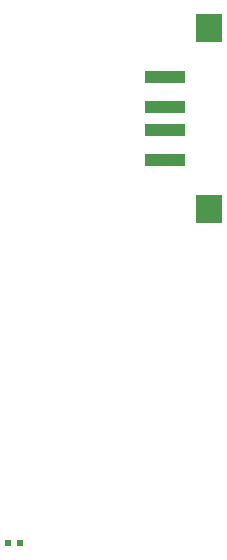
<source format=gbr>
G04 EAGLE Gerber RS-274X export*
G75*
%MOMM*%
%FSLAX34Y34*%
%LPD*%
%INSolderpaste Top*%
%IPPOS*%
%AMOC8*
5,1,8,0,0,1.08239X$1,22.5*%
G01*
%ADD10R,0.500000X0.600000*%
%ADD11R,3.390000X1.120000*%
%ADD12R,2.220000X2.440000*%


D10*
X333930Y402590D03*
X323930Y402590D03*
D11*
X456600Y727000D03*
X456600Y797000D03*
X456600Y752000D03*
X456600Y772000D03*
D12*
X493400Y685300D03*
X493400Y838700D03*
M02*

</source>
